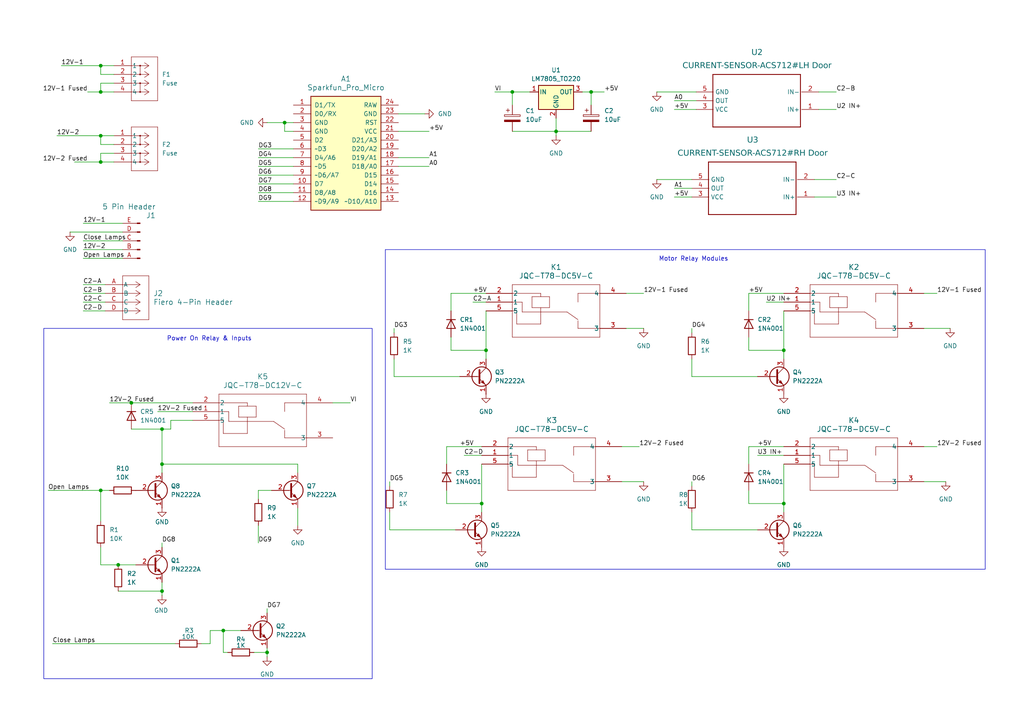
<source format=kicad_sch>
(kicad_sch (version 20231120) (generator "eeschema") (generator_version "8.0")
  (paper "A4")
  (title_block (title "87-88 Fiero Headlight Controller") (date "2025-04-12") (rev "1.2") (comment 1 "Based On An Original Schematic by WalkerTexan") (comment 2 "Designed 04/2025 by R. Blanchard"))
  (lib_symbols
    (symbol "Connector:Conn_01x05_Pin" (pin_names (offset 1.016) hide)
      (property "Reference" "J1" (at 13.97 -5.0799 0))
      (property "Value" "5 Pin Header" (at 2.032 -8.89 0))
      (symbol "Conn_01x05_Pin_1_1"
        (pin passive line (at 5.08 5.08 180) (length 3.81) (name "Pin_A") (number "A"))
        (pin passive line (at 5.08 2.54 180) (length 3.81) (name "Pin_B") (number "B"))
        (pin passive line (at 5.08 0 180) (length 3.81) (name "Pin_C") (number "C"))
        (pin passive line (at 5.08 -2.54 180) (length 3.81) (name "Pin_D") (number "D"))
        (pin passive line (at 5.08 -5.08 180) (length 3.81) (name "Pin_E") (number "E"))
      )
    )
    (symbol "D_1" (pin_numbers hide) (pin_names (offset 1.016) hide)
      (property "Reference" "CR3" (at -1.2701 2.54 90))
      (property "Value" "1N4001" (at 1.2699 2.54 90))
      (symbol "D_1_1_1"
        (pin passive line (at 3.81 0 180) (length 2.54) (name "A") (number "A"))
        (pin passive line (at -3.81 0 0) (length 2.54) (name "K") (number "C"))
      )
    )
    (symbol "D_2" (pin_numbers hide) (pin_names (offset 1.016) hide)
      (property "Reference" "CR5" (at -1.2701 2.54 90))
      (property "Value" "1N4001" (at 1.2699 2.54 90))
      (symbol "D_2_1_1"
        (pin passive line (at 3.81 0 180) (length 2.54) (name "A") (number "A"))
        (pin passive line (at -3.81 0 0) (length 2.54) (name "K") (number "C"))
      )
    )
    (symbol "D_3" (pin_numbers hide) (pin_names (offset 1.016) hide)
      (property "Reference" "CR1" (at -1.2701 2.54 90))
      (property "Value" "1N4001" (at 1.2699 2.54 90))
      (symbol "D_3_1_1"
        (pin passive line (at 3.81 0 180) (length 2.54) (name "A") (number "A"))
        (pin passive line (at -3.81 0 0) (length 2.54) (name "K") (number "C"))
      )
    )
    (symbol "D_4" (pin_numbers hide) (pin_names (offset 1.016) hide)
      (property "Reference" "CR2" (at -1.2701 2.54 90))
      (property "Value" "1N4001" (at 1.2699 2.54 90))
      (symbol "D_4_1_1"
        (pin passive line (at 3.81 0 180) (length 2.54) (name "A") (number "A"))
        (pin passive line (at -3.81 0 0) (length 2.54) (name "K") (number "C"))
      )
    )
    (symbol "Device:C_Polarized" (pin_numbers hide) (pin_names (offset 0.254))
      (property "Reference" "C" (at 0.635 2.54 0))
      (property "Value" "C_Polarized" (at 0.635 -2.54 0))
      (symbol "C_Polarized_1_1"
        (pin passive line (at 0 3.81 270) (length 2.794) (name "~") (number "1"))
        (pin passive line (at 0 -3.81 90) (length 2.794) (name "~") (number "2"))
      )
    )
    (symbol "Device:D" (pin_numbers hide) (pin_names (offset 1.016) hide)
      (property "Reference" "CR4" (at -1.2701 2.54 90))
      (property "Value" "1N4001" (at 1.2699 2.54 90))
      (symbol "D_1_1"
        (pin passive line (at 3.81 0 180) (length 2.54) (name "A") (number "A"))
        (pin passive line (at -3.81 0 0) (length 2.54) (name "K") (number "C"))
      )
    )
    (symbol "Device:R" (pin_numbers hide) (pin_names (offset 0))
      (property "Reference" "R" (at 2.032 0 90))
      (property "Value" "R" (at 0 0 90))
      (symbol "R_1_1"
        (pin passive line (at 0 3.81 270) (length 1.27) (name "~") (number "1"))
        (pin passive line (at 0 -3.81 90) (length 1.27) (name "~") (number "2"))
      )
    )
    (symbol "Fiero:3557-2" (pin_names (offset 0.254))
      (property "Reference" "J" (at 8.89 6.35 0))
      (property "Value" "3557-2" (at -1.27 7.112 0))
      (symbol "3557-2_1_1"
        (pin unspecified line (at 0 0 0) (length 5.08) (name "1") (number "1"))
        (pin unspecified line (at 0 -2.54 0) (length 5.08) (name "2") (number "2"))
        (pin unspecified line (at 0 -5.08 0) (length 5.08) (name "3") (number "3"))
        (pin unspecified line (at 0 -7.62 0) (length 5.08) (name "4") (number "4"))
      )
      (symbol "3557-2_1_2"
        (pin unspecified line (at 0 0 0) (length 5.08) (name "1") (number "1"))
        (pin unspecified line (at 0 -2.54 0) (length 5.08) (name "2") (number "2"))
        (pin unspecified line (at 0 -5.08 0) (length 5.08) (name "3") (number "3"))
        (pin unspecified line (at 0 -7.62 0) (length 5.08) (name "4") (number "4"))
      )
    )
    (symbol "Fiero:CURRENT-SENSOR-ACS712#IC"
      (property "Reference" "1" (at -0.635 12.3825 0))
      (property "Value" "CURRENT-SENSOR-ACS712#LH Door" (at -0.635 10.0711 0))
      (symbol "CURRENT-SENSOR-ACS712#IC_0_0"
        (pin bidirectional line (at 17.78 -2.54 180) (length 4.9784) (name "IN+") (number "1"))
        (pin bidirectional line (at 17.78 2.54 180) (length 4.9784) (name "IN-") (number "2"))
        (pin bidirectional line (at -17.78 -2.54 0) (length 4.9784) (name "VCC") (number "3"))
        (pin bidirectional line (at -17.78 0 0) (length 4.9784) (name "OUT") (number "4"))
        (pin bidirectional line (at -17.78 2.54 0) (length 4.9784) (name "GND") (number "5"))
      )
    )
    (symbol "Fiero:SRD-05VDC-SL-C" (pin_names (offset 0.254))
      (property "Reference" "K5" (at 20.32 10.16 0))
      (property "Value" "JQC-T78-DC12V-C" (at 20.32 7.62 0))
      (symbol "SRD-05VDC-SL-C_0_1"
        (pin unspecified line (at 0 0 0) (length 7.62) (name "1") (number "1"))
        (pin unspecified line (at 0 2.54 0) (length 7.62) (name "2") (number "2"))
        (pin unspecified line (at 40.64 -7.62 180) (length 7.62) (name "3") (number "3"))
        (pin unspecified line (at 40.64 2.54 180) (length 7.62) (name "4") (number "4"))
      )
      (symbol "SRD-05VDC-SL-C_1_1"
        (pin unspecified line (at 0 -2.54 0) (length 7.62) (name "5") (number "5"))
      )
    )
    (symbol "Fiero:Sparkfun_Pro_Micro" (pin_names (offset 1.016))
      (property "Reference" "U" (at -8.89 21.59 0))
      (property "Value" "Sparkfun_Pro_Micro" (at 0 19.05 0))
      (symbol "Sparkfun_Pro_Micro_1_1"
        (pin bidirectional line (at -15.24 15.24 0) (length 5.08) (name "D1/TX") (number "1"))
        (pin bidirectional line (at -15.24 -7.62 0) (length 5.08) (name "D7") (number "10"))
        (pin bidirectional line (at -15.24 -10.16 0) (length 5.08) (name "D8/A8") (number "11"))
        (pin bidirectional line (at -15.24 -12.7 0) (length 5.08) (name "~D9/A9") (number "12"))
        (pin bidirectional line (at 15.24 -12.7 180) (length 5.08) (name "~D10/A10") (number "13"))
        (pin bidirectional line (at 15.24 -10.16 180) (length 5.08) (name "D16") (number "14"))
        (pin bidirectional line (at 15.24 -7.62 180) (length 5.08) (name "D14") (number "15"))
        (pin bidirectional line (at 15.24 -5.08 180) (length 5.08) (name "D15") (number "16"))
        (pin bidirectional line (at 15.24 -2.54 180) (length 5.08) (name "D18/A0") (number "17"))
        (pin bidirectional line (at 15.24 0 180) (length 5.08) (name "D19/A1") (number "18"))
        (pin bidirectional line (at 15.24 2.54 180) (length 5.08) (name "D20/A2") (number "19"))
        (pin bidirectional line (at -15.24 12.7 0) (length 5.08) (name "D0/RX") (number "2"))
        (pin bidirectional line (at 15.24 5.08 180) (length 5.08) (name "D21/A3") (number "20"))
        (pin power_in line (at 15.24 7.62 180) (length 5.08) (name "VCC") (number "21"))
        (pin input line (at 15.24 10.16 180) (length 5.08) (name "RST") (number "22"))
        (pin power_in line (at 15.24 12.7 180) (length 5.08) (name "GND") (number "23"))
        (pin power_in line (at 15.24 15.24 180) (length 5.08) (name "RAW") (number "24"))
        (pin power_in line (at -15.24 10.16 0) (length 5.08) (name "GND") (number "3"))
        (pin power_in line (at -15.24 7.62 0) (length 5.08) (name "GND") (number "4"))
        (pin bidirectional line (at -15.24 5.08 0) (length 5.08) (name "D2") (number "5"))
        (pin bidirectional line (at -15.24 2.54 0) (length 5.08) (name "~D3") (number "6"))
        (pin bidirectional line (at -15.24 0 0) (length 5.08) (name "D4/A6") (number "7"))
        (pin bidirectional line (at -15.24 -2.54 0) (length 5.08) (name "~D5") (number "8"))
        (pin bidirectional line (at -15.24 -5.08 0) (length 5.08) (name "~D6/A7") (number "9"))
      )
    )
    (symbol "Molex Power:Molex 4 Pin ATX" (pin_names (offset 0.254))
      (property "Reference" "J2" (at 13.97 -2.5399 0))
      (property "Value" "Fiero 4-Pin Header" (at 13.97 -5.0799 0))
      (symbol "Molex 4 Pin ATX_1_1"
        (pin unspecified line (at 0 0 0) (length 5.08) (name "A") (number "A"))
        (pin unspecified line (at 0 -2.54 0) (length 5.08) (name "B") (number "B"))
        (pin unspecified line (at 0 -5.08 0) (length 5.08) (name "C") (number "C"))
        (pin unspecified line (at 0 -7.62 0) (length 5.08) (name "D") (number "D"))
      )
      (symbol "Molex 4 Pin ATX_1_2"
        (pin unspecified line (at 0 0 0) (length 5.08) (name "1") (number "1"))
        (pin unspecified line (at 0 -2.54 0) (length 5.08) (name "2") (number "2"))
        (pin unspecified line (at 0 -5.08 0) (length 5.08) (name "3") (number "3"))
        (pin unspecified line (at 0 -7.62 0) (length 5.08) (name "4") (number "4"))
      )
    )
    (symbol "Regulator_Linear:LM7805_TO220" (pin_names (offset 0.254))
      (property "Reference" "U1" (at 0 6.35 0))
      (property "Value" "LM7805_TO220" (at 0 3.81 0))
      (symbol "LM7805_TO220_1_1"
        (pin power_in line (at -7.62 0 0) (length 2.54) (name "IN") (number "1"))
        (pin power_in line (at 0 -7.62 90) (length 2.54) (name "GND") (number "2"))
        (pin power_out line (at 7.62 0 180) (length 2.54) (name "OUT") (number "3"))
      )
    )
    (symbol "SRD-05VDC-SL-C_1" (pin_names (offset 0.254))
      (property "Reference" "K3" (at 20.32 10.16 0))
      (property "Value" "SRD-05VDC-SL-C" (at 20.32 7.62 0))
      (symbol "SRD-05VDC-SL-C_1_0_1"
        (pin unspecified line (at 0 0 0) (length 7.62) (name "1") (number "1"))
        (pin unspecified line (at 0 2.54 0) (length 7.62) (name "2") (number "2"))
        (pin unspecified line (at 40.64 -7.62 180) (length 7.62) (name "3") (number "3"))
        (pin unspecified line (at 40.64 2.54 180) (length 7.62) (name "4") (number "4"))
        (pin unspecified line (at 0 -2.54 0) (length 7.62) (name "5") (number "5"))
      )
    )
    (symbol "SRD-05VDC-SL-C_2" (pin_names (offset 0.254))
      (property "Reference" "K" (at 20.32 10.16 0))
      (property "Value" "SRD-05VDC-SL-C" (at 20.32 7.62 0))
      (symbol "SRD-05VDC-SL-C_2_0_1"
        (pin unspecified line (at 0 0 0) (length 7.62) (name "1") (number "1"))
        (pin unspecified line (at 0 2.54 0) (length 7.62) (name "2") (number "2"))
        (pin unspecified line (at 40.64 -7.62 180) (length 7.62) (name "3") (number "3"))
        (pin unspecified line (at 40.64 2.54 180) (length 7.62) (name "4") (number "4"))
        (pin unspecified line (at 0 -2.54 0) (length 7.62) (name "5") (number "5"))
      )
    )
    (symbol "SRD-05VDC-SL-C_3" (pin_names (offset 0.254))
      (property "Reference" "K" (at 20.32 10.16 0))
      (property "Value" "SRD-05VDC-SL-C" (at 20.32 7.62 0))
      (symbol "SRD-05VDC-SL-C_3_0_1"
        (pin unspecified line (at 0 0 0) (length 7.62) (name "1") (number "1"))
        (pin unspecified line (at 0 2.54 0) (length 7.62) (name "2") (number "2"))
        (pin unspecified line (at 40.64 -7.62 180) (length 7.62) (name "3") (number "3"))
        (pin unspecified line (at 40.64 2.54 180) (length 7.62) (name "4") (number "4"))
        (pin unspecified line (at 0 -2.54 0) (length 7.62) (name "5") (number "5"))
      )
    )
    (symbol "SRD-05VDC-SL-C_4" (pin_names (offset 0.254))
      (property "Reference" "K" (at 20.32 10.16 0))
      (property "Value" "SRD-05VDC-SL-C" (at 20.32 7.62 0))
      (symbol "SRD-05VDC-SL-C_4_0_1"
        (pin unspecified line (at 0 0 0) (length 7.62) (name "1") (number "1"))
        (pin unspecified line (at 0 2.54 0) (length 7.62) (name "2") (number "2"))
        (pin unspecified line (at 40.64 -7.62 180) (length 7.62) (name "3") (number "3"))
        (pin unspecified line (at 40.64 2.54 180) (length 7.62) (name "4") (number "4"))
        (pin unspecified line (at 0 -2.54 0) (length 7.62) (name "5") (number "5"))
      )
    )
    (symbol "Transistor_BJT:PN2222A" (pin_names (offset 0) hide)
      (property "Reference" "Q" (at 5.08 1.905 0))
      (property "Value" "PN2222A" (at 5.08 0 0))
      (symbol "PN2222A_1_1"
        (pin passive line (at 2.54 -5.08 90) (length 2.54) (name "E") (number "1"))
        (pin input line (at -5.08 0 0) (length 5.08) (name "B") (number "2"))
        (pin passive line (at 2.54 5.08 270) (length 2.54) (name "C") (number "3"))
      )
    )
    (symbol "power:GND" (power) (pin_numbers hide) (pin_names (offset 0) hide)
      (property "Value" "GND" (at 0 -3.81 0))
      (symbol "GND_1_1"
        (pin power_in line (at 0 0 270) (length 0) (name "~") (number "1"))
      )
    )
  )
  (junction (at 29.21 26.67))
  (junction (at 161.29 38.1))
  (junction (at 148.59 26.67))
  (junction (at 46.99 124.46))
  (junction (at 46.99 171.45))
  (junction (at 77.47 189.23))
  (junction (at 34.29 163.83))
  (junction (at 227.33 101.6))
  (junction (at 82.55 35.56))
  (junction (at 29.21 19.05))
  (junction (at 139.7 146.05))
  (junction (at 140.97 101.6))
  (junction (at 46.99 134.62))
  (junction (at 29.21 39.37))
  (junction (at 29.21 46.99))
  (junction (at 29.21 142.24))
  (junction (at 171.45 26.67))
  (junction (at 38.1 116.84))
  (junction (at 227.33 146.05))
  (junction (at 64.77 182.88))
  (wire (pts (xy 217.17 142.24) (xy 217.17 146.05)))
  (wire (pts (xy 86.36 134.62) (xy 86.36 137.16)))
  (wire (pts (xy 24.13 64.77) (xy 35.56 64.77)))
  (wire (pts (xy 74.93 58.42) (xy 85.09 58.42)))
  (wire (pts (xy 73.66 189.23) (xy 77.47 189.23)))
  (wire (pts (xy 29.21 39.37) (xy 33.02 39.37)))
  (wire (pts (xy 217.17 129.54) (xy 227.33 129.54)))
  (wire (pts (xy 114.3 104.14) (xy 114.3 109.22)))
  (wire (pts (xy 49.53 121.92) (xy 49.53 124.46)))
  (wire (pts (xy 130.81 101.6) (xy 140.97 101.6)))
  (wire (pts (xy 96.52 116.84) (xy 101.6 116.84)))
  (wire (pts (xy 129.54 129.54) (xy 139.7 129.54)))
  (wire (pts (xy 24.13 69.85) (xy 35.56 69.85)))
  (wire (pts (xy 115.57 33.02) (xy 123.19 33.02)))
  (wire (pts (xy 49.53 124.46) (xy 46.99 124.46)))
  (wire (pts (xy 34.29 171.45) (xy 46.99 171.45)))
  (wire (pts (xy 55.88 121.92) (xy 49.53 121.92)))
  (wire (pts (xy 74.93 50.8) (xy 85.09 50.8)))
  (wire (pts (xy 195.58 57.15) (xy 200.66 57.15)))
  (wire (pts (xy 46.99 157.48) (xy 46.99 158.75)))
  (wire (pts (xy 137.16 87.63) (xy 140.97 87.63)))
  (wire (pts (xy 219.71 132.08) (xy 227.33 132.08)))
  (wire (pts (xy 217.17 101.6) (xy 227.33 101.6)))
  (wire (pts (xy 64.77 182.88) (xy 69.85 182.88)))
  (wire (pts (xy 237.49 31.75) (xy 242.57 31.75)))
  (wire (pts (xy 114.3 95.25) (xy 114.3 96.52)))
  (wire (pts (xy 139.7 134.62) (xy 139.7 146.05)))
  (wire (pts (xy 200.66 153.67) (xy 219.71 153.67)))
  (wire (pts (xy 130.81 97.79) (xy 130.81 101.6)))
  (wire (pts (xy 85.09 38.1) (xy 82.55 38.1)))
  (wire (pts (xy 24.13 90.17) (xy 30.48 90.17)))
  (wire (pts (xy 77.47 35.56) (xy 82.55 35.56)))
  (wire (pts (xy 46.99 124.46) (xy 38.1 124.46)))
  (wire (pts (xy 74.93 142.24) (xy 74.93 144.78)))
  (wire (pts (xy 13.97 142.24) (xy 29.21 142.24)))
  (wire (pts (xy 21.59 46.99) (xy 29.21 46.99)))
  (wire (pts (xy 24.13 82.55) (xy 30.48 82.55)))
  (wire (pts (xy 134.62 132.08) (xy 139.7 132.08)))
  (wire (pts (xy 181.61 85.09) (xy 186.69 85.09)))
  (wire (pts (xy 77.47 189.23) (xy 77.47 190.5)))
  (wire (pts (xy 140.97 101.6) (xy 140.97 104.14)))
  (wire (pts (xy 115.57 38.1) (xy 124.46 38.1)))
  (wire (pts (xy 29.21 26.67) (xy 33.02 26.67)))
  (wire (pts (xy 180.34 139.7) (xy 186.69 139.7)))
  (wire (pts (xy 24.13 87.63) (xy 30.48 87.63)))
  (wire (pts (xy 17.78 19.05) (xy 29.21 19.05)))
  (wire (pts (xy 78.74 142.24) (xy 74.93 142.24)))
  (wire (pts (xy 171.45 26.67) (xy 175.26 26.67)))
  (wire (pts (xy 217.17 97.79) (xy 217.17 101.6)))
  (wire (pts (xy 58.42 186.69) (xy 60.96 186.69)))
  (wire (pts (xy 46.99 168.91) (xy 46.99 171.45)))
  (wire (pts (xy 200.66 148.59) (xy 200.66 153.67)))
  (wire (pts (xy 267.97 85.09) (xy 271.78 85.09)))
  (wire (pts (xy 200.66 104.14) (xy 200.66 109.22)))
  (wire (pts (xy 29.21 158.75) (xy 29.21 163.83)))
  (wire (pts (xy 31.75 116.84) (xy 38.1 116.84)))
  (wire (pts (xy 20.32 67.31) (xy 35.56 67.31)))
  (wire (pts (xy 24.13 74.93) (xy 35.56 74.93)))
  (wire (pts (xy 217.17 85.09) (xy 227.33 85.09)))
  (wire (pts (xy 190.5 26.67) (xy 201.93 26.67)))
  (wire (pts (xy 195.58 54.61) (xy 200.66 54.61)))
  (wire (pts (xy 77.47 187.96) (xy 77.47 189.23)))
  (wire (pts (xy 34.29 163.83) (xy 39.37 163.83)))
  (wire (pts (xy 217.17 129.54) (xy 217.17 134.62)))
  (wire (pts (xy 114.3 109.22) (xy 133.35 109.22)))
  (wire (pts (xy 227.33 90.17) (xy 227.33 101.6)))
  (wire (pts (xy 130.81 85.09) (xy 140.97 85.09)))
  (wire (pts (xy 267.97 139.7) (xy 274.32 139.7)))
  (wire (pts (xy 227.33 101.6) (xy 227.33 104.14)))
  (wire (pts (xy 200.66 95.25) (xy 200.66 96.52)))
  (wire (pts (xy 267.97 95.25) (xy 275.59 95.25)))
  (wire (pts (xy 168.91 26.67) (xy 171.45 26.67)))
  (wire (pts (xy 190.5 52.07) (xy 200.66 52.07)))
  (wire (pts (xy 77.47 177.8) (xy 77.47 176.53)))
  (wire (pts (xy 195.58 29.21) (xy 201.93 29.21)))
  (wire (pts (xy 217.17 85.09) (xy 217.17 90.17)))
  (wire (pts (xy 46.99 134.62) (xy 46.99 137.16)))
  (wire (pts (xy 29.21 163.83) (xy 34.29 163.83)))
  (wire (pts (xy 113.03 148.59) (xy 113.03 153.67)))
  (wire (pts (xy 129.54 146.05) (xy 139.7 146.05)))
  (wire (pts (xy 46.99 124.46) (xy 46.99 134.62)))
  (wire (pts (xy 236.22 57.15) (xy 242.57 57.15)))
  (wire (pts (xy 33.02 21.59) (xy 29.21 21.59)))
  (wire (pts (xy 82.55 35.56) (xy 85.09 35.56)))
  (wire (pts (xy 161.29 34.29) (xy 161.29 38.1)))
  (wire (pts (xy 140.97 90.17) (xy 140.97 101.6)))
  (wire (pts (xy 64.77 189.23) (xy 66.04 189.23)))
  (wire (pts (xy 236.22 52.07) (xy 242.57 52.07)))
  (wire (pts (xy 148.59 26.67) (xy 148.59 30.48)))
  (wire (pts (xy 29.21 19.05) (xy 33.02 19.05)))
  (wire (pts (xy 29.21 24.13) (xy 29.21 26.67)))
  (wire (pts (xy 33.02 24.13) (xy 29.21 24.13)))
  (wire (pts (xy 161.29 38.1) (xy 161.29 39.37)))
  (wire (pts (xy 148.59 38.1) (xy 161.29 38.1)))
  (wire (pts (xy 82.55 38.1) (xy 82.55 35.56)))
  (wire (pts (xy 217.17 146.05) (xy 227.33 146.05)))
  (wire (pts (xy 86.36 147.32) (xy 86.36 152.4)))
  (wire (pts (xy 237.49 26.67) (xy 242.57 26.67)))
  (wire (pts (xy 45.72 119.38) (xy 55.88 119.38)))
  (wire (pts (xy 161.29 38.1) (xy 171.45 38.1)))
  (wire (pts (xy 25.4 26.67) (xy 29.21 26.67)))
  (wire (pts (xy 113.03 139.7) (xy 113.03 140.97)))
  (wire (pts (xy 29.21 151.13) (xy 29.21 142.24)))
  (wire (pts (xy 15.24 186.69) (xy 50.8 186.69)))
  (wire (pts (xy 180.34 129.54) (xy 185.42 129.54)))
  (wire (pts (xy 227.33 134.62) (xy 227.33 146.05)))
  (wire (pts (xy 74.93 55.88) (xy 85.09 55.88)))
  (wire (pts (xy 16.51 39.37) (xy 29.21 39.37)))
  (wire (pts (xy 148.59 26.67) (xy 153.67 26.67)))
  (wire (pts (xy 33.02 44.45) (xy 29.21 44.45)))
  (wire (pts (xy 24.13 85.09) (xy 30.48 85.09)))
  (wire (pts (xy 29.21 142.24) (xy 31.75 142.24)))
  (wire (pts (xy 46.99 171.45) (xy 46.99 172.72)))
  (wire (pts (xy 24.13 72.39) (xy 35.56 72.39)))
  (wire (pts (xy 29.21 46.99) (xy 33.02 46.99)))
  (wire (pts (xy 74.93 152.4) (xy 74.93 157.48)))
  (wire (pts (xy 130.81 85.09) (xy 130.81 90.17)))
  (wire (pts (xy 29.21 44.45) (xy 29.21 46.99)))
  (wire (pts (xy 38.1 116.84) (xy 55.88 116.84)))
  (wire (pts (xy 46.99 134.62) (xy 86.36 134.62)))
  (wire (pts (xy 33.02 41.91) (xy 29.21 41.91)))
  (wire (pts (xy 64.77 182.88) (xy 64.77 189.23)))
  (wire (pts (xy 139.7 146.05) (xy 139.7 148.59)))
  (wire (pts (xy 74.93 53.34) (xy 85.09 53.34)))
  (wire (pts (xy 171.45 26.67) (xy 171.45 30.48)))
  (wire (pts (xy 195.58 31.75) (xy 201.93 31.75)))
  (wire (pts (xy 115.57 48.26) (xy 124.46 48.26)))
  (wire (pts (xy 60.96 186.69) (xy 60.96 182.88)))
  (wire (pts (xy 74.93 43.18) (xy 85.09 43.18)))
  (wire (pts (xy 29.21 21.59) (xy 29.21 19.05)))
  (wire (pts (xy 115.57 45.72) (xy 124.46 45.72)))
  (wire (pts (xy 129.54 129.54) (xy 129.54 134.62)))
  (wire (pts (xy 74.93 48.26) (xy 85.09 48.26)))
  (wire (pts (xy 74.93 45.72) (xy 85.09 45.72)))
  (wire (pts (xy 29.21 41.91) (xy 29.21 39.37)))
  (wire (pts (xy 181.61 95.25) (xy 186.69 95.25)))
  (wire (pts (xy 227.33 146.05) (xy 227.33 148.59)))
  (wire (pts (xy 143.51 26.67) (xy 148.59 26.67)))
  (wire (pts (xy 113.03 153.67) (xy 132.08 153.67)))
  (wire (pts (xy 222.25 87.63) (xy 227.33 87.63)))
  (wire (pts (xy 200.66 139.7) (xy 200.66 140.97)))
  (wire (pts (xy 129.54 142.24) (xy 129.54 146.05)))
  (wire (pts (xy 60.96 182.88) (xy 64.77 182.88)))
  (wire (pts (xy 200.66 109.22) (xy 219.71 109.22)))
  (wire (pts (xy 267.97 129.54) (xy 271.78 129.54)))
  (rectangle (start 111.76 72.39) (end 285.75 165.1))
  (rectangle (start 12.7 95.25) (end 107.95 196.85))
  (text "Motor Relay Modules" (at 201.168 75.184 0) (effects (font (size 1.27 1.27))))
  (text "Power On Relay & Inputs" (at 60.706 98.298 0) (effects (font (size 1.27 1.27))))
  (label "DG4" (at 200.66 95.25 0))
  (label "+5V" (at 195.58 31.75 0))
  (label "C2-D" (at 24.13 90.17 0))
  (label "12V-2" (at 16.51 39.37 0))
  (label "DG4" (at 74.93 45.72 0))
  (label "12V-1 Fused" (at 271.78 85.09 0))
  (label "12V-1 Fused" (at 186.69 85.09 0))
  (label "+5V" (at 137.16 85.09 0))
  (label "C2-C" (at 24.13 87.63 0))
  (label "12V-2" (at 24.13 72.39 0))
  (label "12V-2 Fused" (at 45.72 119.38 0))
  (label "DG5" (at 113.03 139.7 0))
  (label "DG3" (at 114.3 95.25 0))
  (label "VI" (at 101.6 116.84 0))
  (label "A1" (at 195.58 54.61 0))
  (label "DG5" (at 74.93 48.26 0))
  (label "Open Lamps" (at 24.13 74.93 0))
  (label "C2-A" (at 137.16 87.63 0))
  (label "U2 IN+" (at 222.25 87.63 0))
  (label "+5V" (at 217.17 85.09 0))
  (label "+5V" (at 195.58 57.15 0))
  (label "C2-C" (at 242.57 52.07 0))
  (label "C2-A" (at 24.13 82.55 0))
  (label "DG6" (at 200.66 139.7 0))
  (label "12V-2 Fused" (at 31.75 116.84 0))
  (label "+5V" (at 175.26 26.67 0))
  (label "12V-1" (at 17.78 19.05 0))
  (label "C2-B" (at 242.57 26.67 0))
  (label "12V-2 Fused" (at 25.4 46.99 180))
  (label "12V-1" (at 24.13 64.77 0))
  (label "A0" (at 124.46 48.26 0))
  (label "Close Lamps" (at 15.24 186.69 0))
  (label "C2-D" (at 134.62 132.08 0))
  (label "+5V" (at 133.35 129.54 0))
  (label "12V-2 Fused" (at 271.78 129.54 0))
  (label "Close Lamps" (at 24.13 69.85 0))
  (label "12V-2 Fused" (at 185.42 129.54 0))
  (label "DG3" (at 74.93 43.18 0))
  (label "12V-1 Fused" (at 25.4 26.67 180))
  (label "DG7" (at 74.93 53.34 0))
  (label "DG8" (at 74.93 55.88 0))
  (label "DG9" (at 74.93 58.42 0))
  (label "+5V" (at 124.46 38.1 0))
  (label "A0" (at 195.58 29.21 0))
  (label "U3 IN+" (at 242.57 57.15 0))
  (label "Open Lamps" (at 13.97 142.24 0))
  (label "C2-B" (at 24.13 85.09 0))
  (label "DG7" (at 77.47 176.53 0))
  (label "DG6" (at 74.93 50.8 0))
  (label "DG8" (at 46.99 157.48 0))
  (label "A1" (at 124.46 45.72 0))
  (label "+5V" (at 219.71 129.54 0))
  (label "U2 IN+" (at 242.57 31.75 0))
  (label "VI" (at 143.51 26.67 0))
  (label "DG9" (at 74.93 157.48 0))
  (label "U3 IN+" (at 219.71 132.08 0))
  (symbol (lib_id "power:GND") (at 227.33 158.75 0) (unit 1)
    (property "Reference" "#PWR018" (effects (hide yes)))
    (property "Value" "GND" (at 227.33 163.83 0))
    (property "Description" "Power symbol creates a global label with name \"GND\" , ground" (effects (hide yes)))
  )
  (symbol (lib_id "Fiero:CURRENT-SENSOR-ACS712#IC") (at 219.71 29.21 0) (unit 1)
    (property "Reference" "U2" (at 219.5703 15.24 0) (effects (font (size 1.6891 1.6891))))
    (property "Value" "CURRENT-SENSOR-ACS712#LH Door" (at 219.5703 19.05 0) (effects (font (size 1.6891 1.6891))))
    (property "Footprint" "Fiero:ACS712_A" (effects (hide yes)))
  )
  (symbol (lib_id "power:GND") (at 77.47 35.56 270) (unit 1)
    (property "Reference" "#PWR010" (effects (hide yes)))
    (property "Value" "GND" (at 73.66 35.5599 90) (effects (justify right)))
    (property "Description" "Power symbol creates a global label with name \"GND\" , ground" (effects (hide yes)))
  )
  (symbol (lib_id "Fiero:Sparkfun_Pro_Micro") (at 100.33 45.72 0) (unit 1)
    (property "Reference" "A1" (at 100.33 22.86 0) (effects (font (size 1.524 1.524))))
    (property "Value" "Sparkfun_Pro_Micro" (at 100.33 25.4 0) (effects (font (size 1.524 1.524))))
    (property "Footprint" "Fiero:Sparkfun_Pro_Micro" (effects (hide yes)))
    (property "Datasheet" "https://www.sparkfun.com/products/12640" (effects (hide yes)))
    (property "Description" "Sparkfun Pro Micro" (effects (hide yes)))
  )
  (symbol (lib_id "Device:D") (at 217.17 138.43 270) (unit 1)
    (property "Reference" "CR4" (at 219.71 137.1599 90) (effects (justify left)))
    (property "Value" "1N4001" (at 219.71 139.6999 90) (effects (justify left)))
    (property "Footprint" "Fiero:DIODE-1N4001" (effects (hide yes)))
    (property "Description" "Diode" (effects (hide yes)))
    (property "Sim.Device" "D" (effects (hide yes)))
    (property "Sim.Pins" "1=K 2=A" (effects (hide yes)))
  )
  (symbol (lib_id "Transistor_BJT:PN2222A") (at 83.82 142.24 0) (unit 1)
    (property "Reference" "Q7" (at 88.9 140.9699 0) (effects (justify left)))
    (property "Value" "PN2222A" (at 88.9 143.5099 0) (effects (justify left)))
    (property "Footprint" "Fiero:2N2222A" (effects (hide yes)))
    (property "Datasheet" "https://www.onsemi.com/pub/Collateral/PN2222-D.PDF" (effects (hide yes)))
    (property "Description" "1A Ic, 40V Vce, NPN Transistor, General Purpose Transistor, TO-92" (effects (hide yes)))
  )
  (symbol (lib_id "Device:C_Polarized") (at 171.45 34.29 0) (unit 1)
    (property "Reference" "C2" (at 175.26 32.1309 0) (effects (justify left)))
    (property "Value" "10uF" (at 175.26 34.6709 0) (effects (justify left)))
    (property "Footprint" "Fiero:CAP-TH_BD5.0-P2.00-D0.8-FD" (effects (hide yes)))
    (property "Description" "Polarized capacitor" (effects (hide yes)))
  )
  (symbol (lib_id "power:GND") (at 186.69 139.7 0) (unit 1)
    (property "Reference" "#PWR014" (effects (hide yes)))
    (property "Value" "GND" (at 186.69 144.78 0))
    (property "Description" "Power symbol creates a global label with name \"GND\" , ground" (effects (hide yes)))
  )
  (symbol (lib_id "Molex Power:Molex 4 Pin ATX") (at 30.48 82.55 0) (unit 1)
    (property "Reference" "J2" (at 44.45 85.0899 0) (effects (font (size 1.524 1.524)) (justify left)))
    (property "Value" "Fiero 4-Pin Header" (at 44.45 87.6299 0) (effects (font (size 1.524 1.524)) (justify left)))
    (property "Footprint" "Fiero:Fiero Headlight Controller 4-Pin" (effects (hide yes)))
    (property "Datasheet" "1724480004" (effects (hide yes)))
  )
  (symbol (lib_id "Device:R") (at 34.29 167.64 0) (unit 1)
    (property "Reference" "R2" (at 36.83 166.3699 0) (effects (justify left)))
    (property "Value" "1K" (at 36.83 168.9099 0) (effects (justify left)))
    (property "Footprint" "Resistor_THT:R_Axial_DIN0204_L3.6mm_D1.6mm_P7.62mm_Horizontal" (effects (hide yes)))
    (property "Description" "Resistor" (effects (hide yes)))
  )
  (symbol (lib_id "Device:R") (at 74.93 148.59 0) (unit 1)
    (property "Reference" "R9" (at 77.47 147.3199 0) (effects (justify left)))
    (property "Value" "1K" (at 77.47 149.8599 0) (effects (justify left)))
    (property "Footprint" "Resistor_THT:R_Axial_DIN0204_L3.6mm_D1.6mm_P7.62mm_Horizontal" (effects (hide yes)))
    (property "Description" "Resistor" (effects (hide yes)))
  )
  (symbol (lib_id "Fiero:3557-2") (at 33.02 19.05 0) (unit 1)
    (property "Reference" "F1" (at 46.99 21.5899 0) (effects (justify left)))
    (property "Value" "Fuse" (at 46.99 24.1299 0) (effects (justify left)))
    (property "Footprint" "Fiero:LP-Mini Fuse Holder" (effects (hide yes)))
    (property "Datasheet" "3557-2" (effects (hide yes)))
    (property "Description" "Fuse" (effects (hide yes)))
  )
  (symbol (lib_id "Regulator_Linear:LM7805_TO220") (at 161.29 26.67 0) (unit 1)
    (property "Reference" "U1" (at 161.29 20.32 0))
    (property "Value" "LM7805_TO220" (at 161.29 22.86 0))
    (property "Footprint" "Fiero:L7805" (effects (hide yes)))
    (property "Datasheet" "https://www.onsemi.cn/PowerSolutions/document/MC7800-D.PDF" (effects (hide yes)))
    (property "Description" "Positive 1A 35V Linear Regulator, Fixed Output 5V, TO-220" (effects (hide yes)))
  )
  (symbol (lib_id "power:GND") (at 161.29 39.37 0) (unit 1)
    (property "Reference" "#PWR04" (effects (hide yes)))
    (property "Value" "GND" (at 161.29 44.45 0))
    (property "Description" "Power symbol creates a global label with name \"GND\" , ground" (effects (hide yes)))
  )
  (symbol (lib_id "Device:R") (at 200.66 144.78 0) (unit 1)
    (property "Reference" "R8" (at 196.85 143.5099 0) (effects (justify left)))
    (property "Value" "1K" (at 196.85 146.0499 0) (effects (justify left)))
    (property "Footprint" "Resistor_THT:R_Axial_DIN0204_L3.6mm_D1.6mm_P7.62mm_Horizontal" (effects (hide yes)))
    (property "Description" "Resistor" (effects (hide yes)))
  )
  (symbol (lib_id "Transistor_BJT:PN2222A") (at 137.16 153.67 0) (unit 1)
    (property "Reference" "Q5" (at 142.24 152.3999 0) (effects (justify left)))
    (property "Value" "PN2222A" (at 142.24 154.9399 0) (effects (justify left)))
    (property "Footprint" "Fiero:2N2222A" (effects (hide yes)))
    (property "Datasheet" "https://www.onsemi.com/pub/Collateral/PN2222-D.PDF" (effects (hide yes)))
    (property "Description" "1A Ic, 40V Vce, NPN Transistor, General Purpose Transistor, TO-92" (effects (hide yes)))
  )
  (symbol (lib_id "Fiero:CURRENT-SENSOR-ACS712#IC") (at 218.44 54.61 0) (unit 1)
    (property "Reference" "U3" (at 218.3003 40.64 0) (effects (font (size 1.6891 1.6891))))
    (property "Value" "CURRENT-SENSOR-ACS712#RH Door" (at 218.3003 44.45 0) (effects (font (size 1.6891 1.6891))))
    (property "Footprint" "Fiero:ACS712_A" (effects (hide yes)))
  )
  (symbol (lib_id "power:GND") (at 274.32 139.7 0) (unit 1)
    (property "Reference" "#PWR013" (effects (hide yes)))
    (property "Value" "GND" (at 274.32 144.78 0))
    (property "Description" "Power symbol creates a global label with name \"GND\" , ground" (effects (hide yes)))
  )
  (symbol (lib_id "power:GND") (at 275.59 95.25 0) (unit 1)
    (property "Reference" "#PWR012" (effects (hide yes)))
    (property "Value" "GND" (at 275.59 100.33 0))
    (property "Description" "Power symbol creates a global label with name \"GND\" , ground" (effects (hide yes)))
  )
  (symbol (lib_id "Transistor_BJT:PN2222A") (at 44.45 142.24 0) (unit 1)
    (property "Reference" "Q8" (at 49.53 140.9699 0) (effects (justify left)))
    (property "Value" "PN2222A" (at 49.53 143.5099 0) (effects (justify left)))
    (property "Footprint" "Fiero:2N2222A" (effects (hide yes)))
    (property "Datasheet" "https://www.onsemi.com/pub/Collateral/PN2222-D.PDF" (effects (hide yes)))
    (property "Description" "1A Ic, 40V Vce, NPN Transistor, General Purpose Transistor, TO-92" (effects (hide yes)))
  )
  (symbol (lib_id "Device:C_Polarized") (at 148.59 34.29 0) (unit 1)
    (property "Reference" "C1" (at 152.4 32.1309 0) (effects (justify left)))
    (property "Value" "10uF" (at 152.4 34.6709 0) (effects (justify left)))
    (property "Footprint" "Fiero:CAP-TH_BD5.0-P2.00-D0.8-FD" (effects (hide yes)))
    (property "Description" "Polarized capacitor" (effects (hide yes)))
  )
  (symbol (lib_id "Device:R") (at 113.03 144.78 0) (unit 1)
    (property "Reference" "R7" (at 115.57 143.5099 0) (effects (justify left)))
    (property "Value" "1K" (at 115.57 146.0499 0) (effects (justify left)))
    (property "Footprint" "Resistor_THT:R_Axial_DIN0204_L3.6mm_D1.6mm_P7.62mm_Horizontal" (effects (hide yes)))
    (property "Description" "Resistor" (effects (hide yes)))
  )
  (symbol (lib_name "SRD-05VDC-SL-C_2") (lib_id "Fiero:SRD-05VDC-SL-C") (at 140.97 87.63 0) (unit 1)
    (property "Reference" "K1" (at 161.29 77.47 0) (effects (font (size 1.524 1.524))))
    (property "Value" "JQC-T78-DC5V-C" (at 161.29 80.01 0) (effects (font (size 1.524 1.524))))
    (property "Footprint" "Fiero:JQC-T78-DC5V-C" (effects (hide yes)))
    (property "Datasheet" "SRD-05VDC-SL-C" (effects (hide yes)))
  )
  (symbol (lib_id "Device:R") (at 29.21 154.94 0) (unit 1)
    (property "Reference" "R1" (at 31.75 153.6699 0) (effects (justify left)))
    (property "Value" "10K" (at 31.75 156.2099 0) (effects (justify left)))
    (property "Footprint" "Resistor_THT:R_Axial_DIN0204_L3.6mm_D1.6mm_P7.62mm_Horizontal" (effects (hide yes)))
    (property "Description" "Resistor" (effects (hide yes)))
  )
  (symbol (lib_id "Device:R") (at 114.3 100.33 0) (unit 1)
    (property "Reference" "R5" (at 116.84 99.0599 0) (effects (justify left)))
    (property "Value" "1K" (at 116.84 101.5999 0) (effects (justify left)))
    (property "Footprint" "Resistor_THT:R_Axial_DIN0204_L3.6mm_D1.6mm_P7.62mm_Horizontal" (effects (hide yes)))
    (property "Description" "Resistor" (effects (hide yes)))
  )
  (symbol (lib_id "power:GND") (at 86.36 152.4 0) (unit 1)
    (property "Reference" "#PWR03" (effects (hide yes)))
    (property "Value" "GND" (at 86.36 157.48 0))
    (property "Description" "Power symbol creates a global label with name \"GND\" , ground" (effects (hide yes)))
  )
  (symbol (lib_id "Transistor_BJT:PN2222A") (at 224.79 109.22 0) (unit 1)
    (property "Reference" "Q4" (at 229.87 107.9499 0) (effects (justify left)))
    (property "Value" "PN2222A" (at 229.87 110.4899 0) (effects (justify left)))
    (property "Footprint" "Fiero:2N2222A" (effects (hide yes)))
    (property "Datasheet" "https://www.onsemi.com/pub/Collateral/PN2222-D.PDF" (effects (hide yes)))
    (property "Description" "1A Ic, 40V Vce, NPN Transistor, General Purpose Transistor, TO-92" (effects (hide yes)))
  )
  (symbol (lib_name "SRD-05VDC-SL-C_1") (lib_id "Fiero:SRD-05VDC-SL-C") (at 139.7 132.08 0) (unit 1)
    (property "Reference" "K3" (at 160.02 121.92 0) (effects (font (size 1.524 1.524))))
    (property "Value" "JQC-T78-DC5V-C" (at 160.02 124.46 0) (effects (font (size 1.524 1.524))))
    (property "Footprint" "Fiero:JQC-T78-DC5V-C" (effects (hide yes)))
    (property "Datasheet" "SRD-05VDC-SL-C" (effects (hide yes)))
  )
  (symbol (lib_id "Transistor_BJT:PN2222A") (at 224.79 153.67 0) (unit 1)
    (property "Reference" "Q6" (at 229.87 152.3999 0) (effects (justify left)))
    (property "Value" "PN2222A" (at 229.87 154.9399 0) (effects (justify left)))
    (property "Footprint" "Fiero:2N2222A" (effects (hide yes)))
    (property "Datasheet" "https://www.onsemi.com/pub/Collateral/PN2222-D.PDF" (effects (hide yes)))
    (property "Description" "1A Ic, 40V Vce, NPN Transistor, General Purpose Transistor, TO-92" (effects (hide yes)))
  )
  (symbol (lib_id "power:GND") (at 139.7 158.75 0) (unit 1)
    (property "Reference" "#PWR017" (effects (hide yes)))
    (property "Value" "GND" (at 139.7 163.83 0))
    (property "Description" "Power symbol creates a global label with name \"GND\" , ground" (effects (hide yes)))
  )
  (symbol (lib_id "power:GND") (at 123.19 33.02 90) (unit 1)
    (property "Reference" "#PWR05" (effects (hide yes)))
    (property "Value" "GND" (at 127 33.0199 90) (effects (justify right)))
    (property "Description" "Power symbol creates a global label with name \"GND\" , ground" (effects (hide yes)))
  )
  (symbol (lib_id "Connector:Conn_01x05_Pin") (at 40.64 69.85 180) (unit 1)
    (property "Reference" "J1" (at 45.212 62.484 0) (effects (font (size 1.524 1.524)) (justify left)))
    (property "Value" "5 Pin Header" (at 45.212 59.944 0) (effects (font (size 1.524 1.524)) (justify left)))
    (property "Footprint" "Fiero:Fiero Headlight Controller 5-Pin" (effects (hide yes)))
    (property "Description" "Generic connector, single row, 01x05, script generated" (effects (hide yes)))
  )
  (symbol (lib_id "power:GND") (at 46.99 172.72 0) (unit 1)
    (property "Reference" "#PWR06" (effects (hide yes)))
    (property "Value" "GND" (at 46.736 177.038 0))
    (property "Description" "Power symbol creates a global label with name \"GND\" , ground" (effects (hide yes)))
  )
  (symbol (lib_name "D_2") (lib_id "Device:D") (at 38.1 120.65 270) (unit 1)
    (property "Reference" "CR5" (at 40.64 119.3799 90) (effects (justify left)))
    (property "Value" "1N4001" (at 40.64 121.9199 90) (effects (justify left)))
    (property "Footprint" "Fiero:DIODE-1N4001" (effects (hide yes)))
    (property "Description" "Diode" (effects (hide yes)))
    (property "Sim.Device" "D" (effects (hide yes)))
    (property "Sim.Pins" "1=K 2=A" (effects (hide yes)))
  )
  (symbol (lib_id "Device:R") (at 200.66 100.33 0) (unit 1)
    (property "Reference" "R6" (at 203.2 99.0599 0) (effects (justify left)))
    (property "Value" "1K" (at 203.2 101.5999 0) (effects (justify left)))
    (property "Footprint" "Resistor_THT:R_Axial_DIN0204_L3.6mm_D1.6mm_P7.62mm_Horizontal" (effects (hide yes)))
    (property "Description" "Resistor" (effects (hide yes)))
  )
  (symbol (lib_name "D_4") (lib_id "Device:D") (at 217.17 93.98 270) (unit 1)
    (property "Reference" "CR2" (at 219.71 92.7099 90) (effects (justify left)))
    (property "Value" "1N4001" (at 219.71 95.2499 90) (effects (justify left)))
    (property "Footprint" "Fiero:DIODE-1N4001" (effects (hide yes)))
    (property "Description" "Diode" (effects (hide yes)))
    (property "Sim.Device" "D" (effects (hide yes)))
    (property "Sim.Pins" "1=K 2=A" (effects (hide yes)))
  )
  (symbol (lib_id "power:GND") (at 186.69 95.25 0) (unit 1)
    (property "Reference" "#PWR011" (effects (hide yes)))
    (property "Value" "GND" (at 186.69 100.33 0))
    (property "Description" "Power symbol creates a global label with name \"GND\" , ground" (effects (hide yes)))
  )
  (symbol (lib_name "D_3") (lib_id "Device:D") (at 130.81 93.98 270) (unit 1)
    (property "Reference" "CR1" (at 133.35 92.7099 90) (effects (justify left)))
    (property "Value" "1N4001" (at 133.35 95.2499 90) (effects (justify left)))
    (property "Footprint" "Fiero:DIODE-1N4001" (effects (hide yes)))
    (property "Description" "Diode" (effects (hide yes)))
    (property "Sim.Device" "D" (effects (hide yes)))
    (property "Sim.Pins" "1=K 2=A" (effects (hide yes)))
  )
  (symbol (lib_id "Fiero:3557-2") (at 33.02 39.37 0) (unit 1)
    (property "Reference" "F2" (at 46.99 41.9099 0) (effects (justify left)))
    (property "Value" "Fuse" (at 46.99 44.4499 0) (effects (justify left)))
    (property "Footprint" "Fiero:LP-Mini Fuse Holder" (effects (hide yes)))
    (property "Datasheet" "3557-2" (effects (hide yes)))
    (property "Description" "Fuse" (effects (hide yes)))
  )
  (symbol (lib_id "power:GND") (at 140.97 114.3 0) (unit 1)
    (property "Reference" "#PWR015" (effects (hide yes)))
    (property "Value" "GND" (at 140.97 119.38 0))
    (property "Description" "Power symbol creates a global label with name \"GND\" , ground" (effects (hide yes)))
  )
  (symbol (lib_name "SRD-05VDC-SL-C_4") (lib_id "Fiero:SRD-05VDC-SL-C") (at 227.33 87.63 0) (unit 1)
    (property "Reference" "K2" (at 247.65 77.47 0) (effects (font (size 1.524 1.524))))
    (property "Value" "JQC-T78-DC5V-C" (at 247.65 80.01 0) (effects (font (size 1.524 1.524))))
    (property "Footprint" "Fiero:JQC-T78-DC5V-C" (effects (hide yes)))
    (property "Datasheet" "SRD-05VDC-SL-C" (effects (hide yes)))
  )
  (symbol (lib_id "power:GND") (at 190.5 26.67 0) (unit 1)
    (property "Reference" "#PWR08" (effects (hide yes)))
    (property "Value" "GND" (at 190.5 31.75 0))
    (property "Description" "Power symbol creates a global label with name \"GND\" , ground" (effects (hide yes)))
  )
  (symbol (lib_id "power:GND") (at 77.47 190.5 0) (unit 1)
    (property "Reference" "#PWR07" (effects (hide yes)))
    (property "Value" "GND" (at 77.47 195.58 0))
    (property "Description" "Power symbol creates a global label with name \"GND\" , ground" (effects (hide yes)))
  )
  (symbol (lib_id "Transistor_BJT:PN2222A") (at 138.43 109.22 0) (unit 1)
    (property "Reference" "Q3" (at 143.51 107.9499 0) (effects (justify left)))
    (property "Value" "PN2222A" (at 143.51 110.4899 0) (effects (justify left)))
    (property "Footprint" "Fiero:2N2222A" (effects (hide yes)))
    (property "Datasheet" "https://www.onsemi.com/pub/Collateral/PN2222-D.PDF" (effects (hide yes)))
    (property "Description" "1A Ic, 40V Vce, NPN Transistor, General Purpose Transistor, TO-92" (effects (hide yes)))
  )
  (symbol (lib_id "power:GND") (at 46.99 147.32 0) (unit 1)
    (property "Reference" "#PWR01" (effects (hide yes)))
    (property "Value" "GND" (at 46.99 151.384 0))
    (property "Description" "Power symbol creates a global label with name \"GND\" , ground" (effects (hide yes)))
  )
  (symbol (lib_name "D_1") (lib_id "Device:D") (at 129.54 138.43 270) (unit 1)
    (property "Reference" "CR3" (at 132.08 137.1599 90) (effects (justify left)))
    (property "Value" "1N4001" (at 132.08 139.6999 90) (effects (justify left)))
    (property "Footprint" "Fiero:DIODE-1N4001" (effects (hide yes)))
    (property "Description" "Diode" (effects (hide yes)))
    (property "Sim.Device" "D" (effects (hide yes)))
    (property "Sim.Pins" "1=K 2=A" (effects (hide yes)))
  )
  (symbol (lib_id "Device:R") (at 69.85 189.23 90) (unit 1)
    (property "Reference" "R4" (at 69.85 185.42 90))
    (property "Value" "1K" (at 69.85 187.198 90))
    (property "Footprint" "Resistor_THT:R_Axial_DIN0204_L3.6mm_D1.6mm_P7.62mm_Horizontal" (effects (hide yes)))
    (property "Description" "Resistor" (effects (hide yes)))
  )
  (symbol (lib_id "power:GND") (at 20.32 67.31 0) (unit 1)
    (property "Reference" "#PWR02" (effects (hide yes)))
    (property "Value" "GND" (at 20.32 72.39 0))
    (property "Description" "Power symbol creates a global label with name \"GND\" , ground" (effects (hide yes)))
  )
  (symbol (lib_id "Device:R") (at 54.61 186.69 90) (unit 1)
    (property "Reference" "R3" (at 54.864 182.88 90))
    (property "Value" "10K" (at 54.61 184.658 90))
    (property "Footprint" "Resistor_THT:R_Axial_DIN0204_L3.6mm_D1.6mm_P7.62mm_Horizontal" (effects (hide yes)))
    (property "Description" "Resistor" (effects (hide yes)))
  )
  (symbol (lib_id "power:GND") (at 190.5 52.07 0) (unit 1)
    (property "Reference" "#PWR09" (effects (hide yes)))
    (property "Value" "GND" (at 190.5 57.15 0))
    (property "Description" "Power symbol creates a global label with name \"GND\" , ground" (effects (hide yes)))
  )
  (symbol (lib_id "Transistor_BJT:PN2222A") (at 74.93 182.88 0) (unit 1)
    (property "Reference" "Q2" (at 80.01 181.6099 0) (effects (justify left)))
    (property "Value" "PN2222A" (at 80.01 184.1499 0) (effects (justify left)))
    (property "Footprint" "Fiero:2N2222A" (effects (hide yes)))
    (property "Datasheet" "https://www.onsemi.com/pub/Collateral/PN2222-D.PDF" (effects (hide yes)))
    (property "Description" "1A Ic, 40V Vce, NPN Transistor, General Purpose Transistor, TO-92" (effects (hide yes)))
  )
  (symbol (lib_id "power:GND") (at 227.33 114.3 0) (unit 1)
    (property "Reference" "#PWR016" (effects (hide yes)))
    (property "Value" "GND" (at 227.33 119.38 0))
    (property "Description" "Power symbol creates a global label with name \"GND\" , ground" (effects (hide yes)))
  )
  (symbol (lib_id "Device:R") (at 35.56 142.24 270) (unit 1)
    (property "Reference" "R10" (at 35.56 135.89 90))
    (property "Value" "10K" (at 35.56 138.43 90))
    (property "Footprint" "Resistor_THT:R_Axial_DIN0204_L3.6mm_D1.6mm_P7.62mm_Horizontal" (effects (hide yes)))
    (property "Description" "Resistor" (effects (hide yes)))
  )
  (symbol (lib_name "SRD-05VDC-SL-C_3") (lib_id "Fiero:SRD-05VDC-SL-C") (at 227.33 132.08 0) (unit 1)
    (property "Reference" "K4" (at 247.65 121.92 0) (effects (font (size 1.524 1.524))))
    (property "Value" "JQC-T78-DC5V-C" (at 247.65 124.46 0) (effects (font (size 1.524 1.524))))
    (property "Footprint" "Fiero:JQC-T78-DC5V-C" (effects (hide yes)))
    (property "Datasheet" "SRD-05VDC-SL-C" (effects (hide yes)))
  )
  (symbol (lib_id "Transistor_BJT:PN2222A") (at 44.45 163.83 0) (unit 1)
    (property "Reference" "Q1" (at 49.53 162.5599 0) (effects (justify left)))
    (property "Value" "PN2222A" (at 49.53 165.0999 0) (effects (justify left)))
    (property "Footprint" "Fiero:2N2222A" (effects (hide yes)))
    (property "Datasheet" "https://www.onsemi.com/pub/Collateral/PN2222-D.PDF" (effects (hide yes)))
    (property "Description" "1A Ic, 40V Vce, NPN Transistor, General Purpose Transistor, TO-92" (effects (hide yes)))
  )
  (symbol (lib_id "Fiero:SRD-05VDC-SL-C") (at 55.88 119.38 0) (unit 1)
    (property "Reference" "K5" (at 76.2 109.22 0) (effects (font (size 1.524 1.524))))
    (property "Value" "JQC-T78-DC12V-C" (at 76.2 111.76 0) (effects (font (size 1.524 1.524))))
    (property "Footprint" "Fiero:JQC-T78-DC5V-C" (effects (hide yes)))
    (property "Datasheet" "SRD-05VDC-SL-C" (effects (hide yes)))
  )
)
</source>
